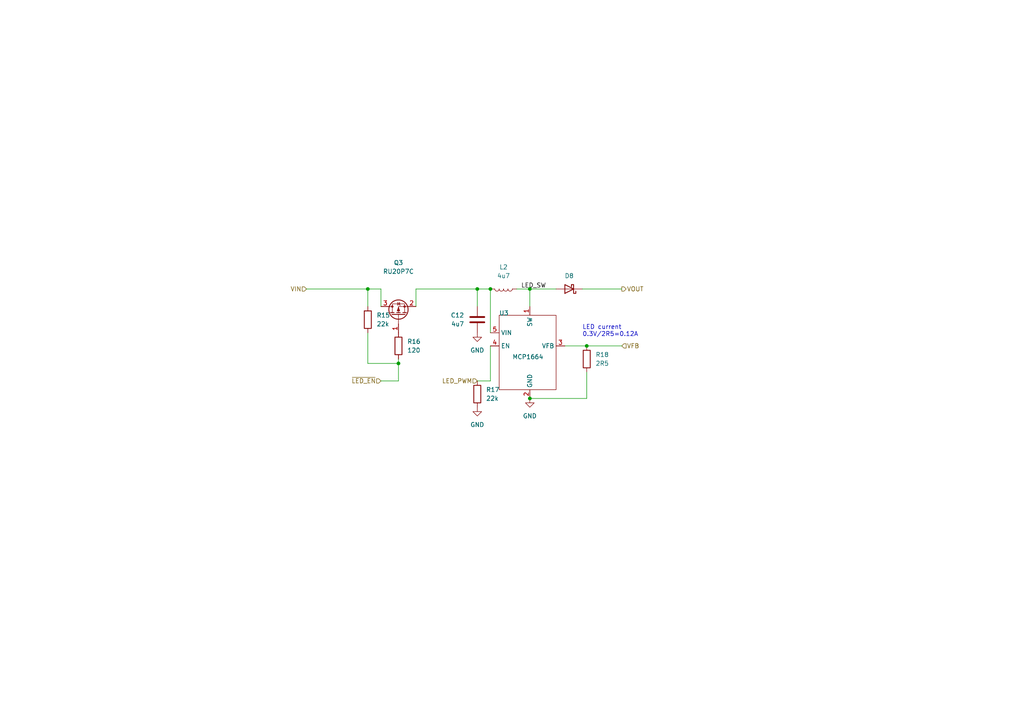
<source format=kicad_sch>
(kicad_sch (version 20220104) (generator eeschema)
  (paper "A4")
  (title_block (title "LED driver") (date "2022-01-23") (rev "1") (company "Catnip electronics") (comment 1 "Albertas Mickėnas") (comment 2 "mic@wemakethings.net"))
  (lib_symbols
    (symbol "Device:C" (pin_numbers hide) (pin_names (offset 0.254))
      (property "Reference" "C" (at 0.635 2.54 0))
      (property "Value" "C" (at 0.635 -2.54 0))
      (symbol "C_0_1"
        (polyline (pts (xy -2.032 -0.762) (xy 2.032 -0.762)) (stroke (width 0.508)))
        (polyline (pts (xy -2.032 0.762) (xy 2.032 0.762)) (stroke (width 0.508)))
      )
      (symbol "C_1_1"
        (pin passive line (at 0 3.81 270) (length 2.794) (name "~") (number "1"))
        (pin passive line (at 0 -3.81 90) (length 2.794) (name "~") (number "2"))
      )
    )
    (symbol "Device:D_Schottky" (pin_numbers hide) (pin_names (offset 1.016) hide)
      (property "Reference" "D" (at 0 2.54 0))
      (property "Value" "D_Schottky" (at 0 -2.54 0))
      (symbol "D_Schottky_0_1"
        (polyline (pts (xy 1.27 0) (xy -1.27 0)))
        (polyline (pts (xy 1.27 1.27) (xy 1.27 -1.27) (xy -1.27 0) (xy 1.27 1.27)) (stroke (width 0.254)))
        (polyline (pts (xy -1.905 0.635) (xy -1.905 1.27) (xy -1.27 1.27) (xy -1.27 -1.27) (xy -0.635 -1.27) (xy -0.635 -0.635)) (stroke (width 0.254)))
      )
      (symbol "D_Schottky_1_1"
        (pin passive line (at -3.81 0 0) (length 2.54) (name "K") (number "1"))
        (pin passive line (at 3.81 0 180) (length 2.54) (name "A") (number "2"))
      )
    )
    (symbol "Device:L" (pin_numbers hide) (pin_names (offset 1.016) hide)
      (property "Reference" "L" (at -1.27 0 90))
      (property "Value" "L" (at 1.905 0 90))
      (symbol "L_0_1"
        (arc (start 0 -1.27) (mid -0.6322 -1.905) (end 0 -2.54))
        (arc (start 0 0) (mid -0.6322 -0.635) (end 0 -1.27))
        (arc (start 0 1.27) (mid -0.6322 0.635) (end 0 0))
        (arc (start 0 2.54) (mid -0.6322 1.905) (end 0 1.27))
      )
      (symbol "L_1_1"
        (pin passive line (at 0 3.81 270) (length 1.27) (name "1") (number "1"))
        (pin passive line (at 0 -3.81 90) (length 1.27) (name "2") (number "2"))
      )
    )
    (symbol "Device:Q_PMOS_GSD" (pin_names (offset 0) hide)
      (property "Reference" "Q" (at 5.08 1.27 0))
      (property "Value" "Q_PMOS_GSD" (at 5.08 -1.27 0))
      (symbol "Q_PMOS_GSD_0_1"
        (polyline (pts (xy 0.254 0) (xy -2.54 0)))
        (polyline (pts (xy 0.254 1.905) (xy 0.254 -1.905)) (stroke (width 0.254)))
        (polyline (pts (xy 0.762 -1.27) (xy 0.762 -2.286)) (stroke (width 0.254)))
        (polyline (pts (xy 0.762 0.508) (xy 0.762 -0.508)) (stroke (width 0.254)))
        (polyline (pts (xy 0.762 2.286) (xy 0.762 1.27)) (stroke (width 0.254)))
        (polyline (pts (xy 2.54 2.54) (xy 2.54 1.778)))
        (polyline (pts (xy 2.54 -2.54) (xy 2.54 0) (xy 0.762 0)))
        (polyline (pts (xy 0.762 1.778) (xy 3.302 1.778) (xy 3.302 -1.778) (xy 0.762 -1.778)))
        (polyline (pts (xy 2.286 0) (xy 1.27 0.381) (xy 1.27 -0.381) (xy 2.286 0)) (fill (type outline)))
        (polyline (pts (xy 2.794 -0.508) (xy 2.921 -0.381) (xy 3.683 -0.381) (xy 3.81 -0.254)))
        (polyline (pts (xy 3.302 -0.381) (xy 2.921 0.254) (xy 3.683 0.254) (xy 3.302 -0.381)))
        (circle (center 1.651 0) (radius 2.794) (stroke (width 0.254)))
        (circle (center 2.54 -1.778) (radius 0.254) (fill (type outline)))
        (circle (center 2.54 1.778) (radius 0.254) (fill (type outline)))
      )
      (symbol "Q_PMOS_GSD_1_1"
        (pin input line (at -5.08 0 0) (length 2.54) (name "G") (number "1"))
        (pin passive line (at 2.54 -5.08 90) (length 2.54) (name "S") (number "2"))
        (pin passive line (at 2.54 5.08 270) (length 2.54) (name "D") (number "3"))
      )
    )
    (symbol "Device:R" (pin_numbers hide) (pin_names (offset 0))
      (property "Reference" "R" (at 2.032 0 90))
      (property "Value" "R" (at 0 0 90))
      (symbol "R_0_1"
        (rectangle (start -1.016 -2.54) (end 1.016 2.54) (stroke (width 0.254)))
      )
      (symbol "R_1_1"
        (pin passive line (at 0 3.81 270) (length 1.27) (name "~") (number "1"))
        (pin passive line (at 0 -3.81 90) (length 1.27) (name "~") (number "2"))
      )
    )
    (symbol "miceuz:MCP1664"
      (property "Reference" "U3" (at -8.89 9.5251 0))
      (property "Value" "MCP1664" (at -5.08 -3.1749 0))
      (symbol "MCP1664_0_0"
        (pin power_out line (at 0 11.43 270) (length 2.54) (name "SW") (number "1"))
        (pin power_in line (at 0 -15.24 90) (length 2.54) (name "GND") (number "2"))
        (pin input line (at 10.16 0 180) (length 2.54) (name "VFB") (number "3"))
        (pin input line (at -11.43 0 0) (length 2.54) (name "EN") (number "4"))
        (pin power_in line (at -11.43 3.81 0) (length 2.54) (name "VIN") (number "5"))
      )
      (symbol "MCP1664_0_1"
        (rectangle (start -8.89 8.89) (end 7.62 -12.7) (stroke (width 0.1524)))
      )
    )
    (symbol "power:GND" (power) (pin_names (offset 0))
      (property "Value" "GND" (at 0 -3.81 0))
      (symbol "GND_0_1"
        (polyline (pts (xy 0 0) (xy 0 -1.27) (xy 1.27 -1.27) (xy 0 -2.54) (xy -1.27 -1.27) (xy 0 -1.27)))
      )
      (symbol "GND_1_1"
        (pin power_in line (at 0 0 270) (length 0) hide (name "GND") (number "1"))
      )
    )
  )
  (junction (at 153.67 115.57))
  (junction (at 115.57 105.41))
  (junction (at 170.18 100.33))
  (junction (at 138.43 83.82))
  (junction (at 142.24 83.82))
  (junction (at 106.68 83.82))
  (junction (at 153.67 83.82))
  (wire (pts (xy 149.86 83.82) (xy 153.67 83.82)))
  (wire (pts (xy 106.68 83.82) (xy 106.68 88.9)))
  (wire (pts (xy 153.67 83.82) (xy 153.67 88.9)))
  (wire (pts (xy 106.68 83.82) (xy 110.49 83.82)))
  (wire (pts (xy 115.57 104.14) (xy 115.57 105.41)))
  (wire (pts (xy 110.49 83.82) (xy 110.49 88.9)))
  (wire (pts (xy 120.65 83.82) (xy 138.43 83.82)))
  (wire (pts (xy 180.34 83.82) (xy 168.91 83.82)))
  (wire (pts (xy 170.18 107.95) (xy 170.18 115.57)))
  (wire (pts (xy 115.57 105.41) (xy 115.57 110.49)))
  (wire (pts (xy 142.24 100.33) (xy 142.24 110.49)))
  (wire (pts (xy 142.24 83.82) (xy 142.24 96.52)))
  (wire (pts (xy 138.43 110.49) (xy 142.24 110.49)))
  (wire (pts (xy 120.65 83.82) (xy 120.65 88.9)))
  (wire (pts (xy 170.18 115.57) (xy 153.67 115.57)))
  (wire (pts (xy 138.43 83.82) (xy 138.43 88.9)))
  (wire (pts (xy 88.9 83.82) (xy 106.68 83.82)))
  (wire (pts (xy 170.18 100.33) (xy 180.34 100.33)))
  (wire (pts (xy 163.83 100.33) (xy 170.18 100.33)))
  (wire (pts (xy 110.49 110.49) (xy 115.57 110.49)))
  (wire (pts (xy 138.43 83.82) (xy 142.24 83.82)))
  (wire (pts (xy 153.67 83.82) (xy 161.29 83.82)))
  (wire (pts (xy 106.68 105.41) (xy 115.57 105.41)))
  (wire (pts (xy 106.68 96.52) (xy 106.68 105.41)))
  (text "LED current\n0.3V/2R5=0.12A" (at 168.91 97.79 0) (effects (font (size 1.27 1.27)) (justify left bottom)))
  (label "LED_SW" (at 151.13 83.82 0))
  (hierarchical_label "VIN" (shape input) (at 88.9 83.82 180))
  (hierarchical_label "LED_PWM" (shape input) (at 138.43 110.49 180))
  (hierarchical_label "VOUT" (shape output) (at 180.34 83.82 0))
  (hierarchical_label "~{LED_EN}" (shape input) (at 110.49 110.49 180))
  (hierarchical_label "VFB" (shape input) (at 180.34 100.33 0))
  (symbol (lib_id "Device:R") (at 138.43 114.3 0) (unit 1)
    (property "Reference" "R17" (at 140.97 113.0299 0) (effects (justify left)))
    (property "Value" "22k" (at 140.97 115.5699 0) (effects (justify left)))
    (property "Footprint" "Resistor_SMD:R_0603_1608Metric" (effects hide))
  )
  (symbol (lib_id "miceuz:MCP1664") (at 153.67 100.33 0) (unit 1)
    (property "Reference" "U3" (at 144.78 90.8049 0) (effects (justify left)))
    (property "Value" "MCP1664" (at 148.59 103.5049 0) (effects (justify left)))
    (property "Footprint" "Package_TO_SOT_SMD:SOT-23-5" (effects hide))
  )
  (symbol (lib_id "Device:Q_PMOS_GSD") (at 115.57 91.44 90) (unit 1)
    (property "Reference" "Q3" (at 115.57 76.2 90))
    (property "Value" "RU20P7C" (at 115.57 78.74 90))
    (property "Footprint" "Package_TO_SOT_SMD:SOT-23" (effects hide))
  )
  (symbol (lib_id "Device:R") (at 115.57 100.33 0) (mirror y) (unit 1)
    (property "Reference" "R16" (at 118.11 99.0599 0) (effects (justify right)))
    (property "Value" "120" (at 118.11 101.5999 0) (effects (justify right)))
    (property "Footprint" "Resistor_SMD:R_0603_1608Metric" (effects hide))
  )
  (symbol (lib_id "power:GND") (at 153.67 115.57 0) (unit 1)
    (property "Reference" "#PWR0121" (effects hide))
    (property "Value" "GND" (at 153.67 120.65 0))
  )
  (symbol (lib_id "Device:R") (at 106.68 92.71 0) (mirror y) (unit 1)
    (property "Reference" "R15" (at 109.22 91.4399 0) (effects (justify right)))
    (property "Value" "22k" (at 109.22 93.9799 0) (effects (justify right)))
    (property "Footprint" "Resistor_SMD:R_0603_1608Metric" (effects hide))
  )
  (symbol (lib_id "Device:R") (at 170.18 104.14 0) (unit 1)
    (property "Reference" "R18" (at 172.72 102.8699 0) (effects (justify left)))
    (property "Value" "2R5" (at 172.72 105.4099 0) (effects (justify left)))
    (property "Footprint" "Resistor_SMD:R_0805_2012Metric" (effects hide))
    (property "Manufacturer" "Vishay" (effects hide))
    (property "PartNo" "CRCW08052R49FKEA" (effects hide))
  )
  (symbol (lib_id "power:GND") (at 138.43 118.11 0) (unit 1)
    (property "Reference" "#PWR0122" (effects hide))
    (property "Value" "GND" (at 138.43 123.19 0))
  )
  (symbol (lib_id "Device:C") (at 138.43 92.71 0) (mirror x) (unit 1)
    (property "Reference" "C12" (at 134.62 91.4399 0) (effects (justify right)))
    (property "Value" "4u7" (at 134.62 93.9799 0) (effects (justify right)))
    (property "Footprint" "Capacitor_SMD:C_0603_1608Metric" (effects hide))
  )
  (symbol (lib_id "Device:D_Schottky") (at 165.1 83.82 180) (unit 1)
    (property "Reference" "D8" (at 165.1 80.01 0))
    (property "Value" "D_Schottky" (effects hide))
    (property "Footprint" "Diode_SMD:D_SOD-323" (effects hide))
  )
  (symbol (lib_id "power:GND") (at 138.43 96.52 0) (unit 1)
    (property "Reference" "#PWR0123" (effects hide))
    (property "Value" "GND" (at 138.43 101.6 0))
  )
  (symbol (lib_id "Device:L") (at 146.05 83.82 90) (unit 1)
    (property "Reference" "L2" (at 146.05 77.47 90))
    (property "Value" "4u7" (at 146.05 80.01 90))
    (property "Footprint" "Inductor_SMD:L_Taiyo-Yuden_MD-4040" (effects hide))
    (property "Manufacturer" "TDK" (effects hide))
    (property "PartNo" "VLCF4020T-4R7N1R2" (effects hide))
  )
)
</source>
